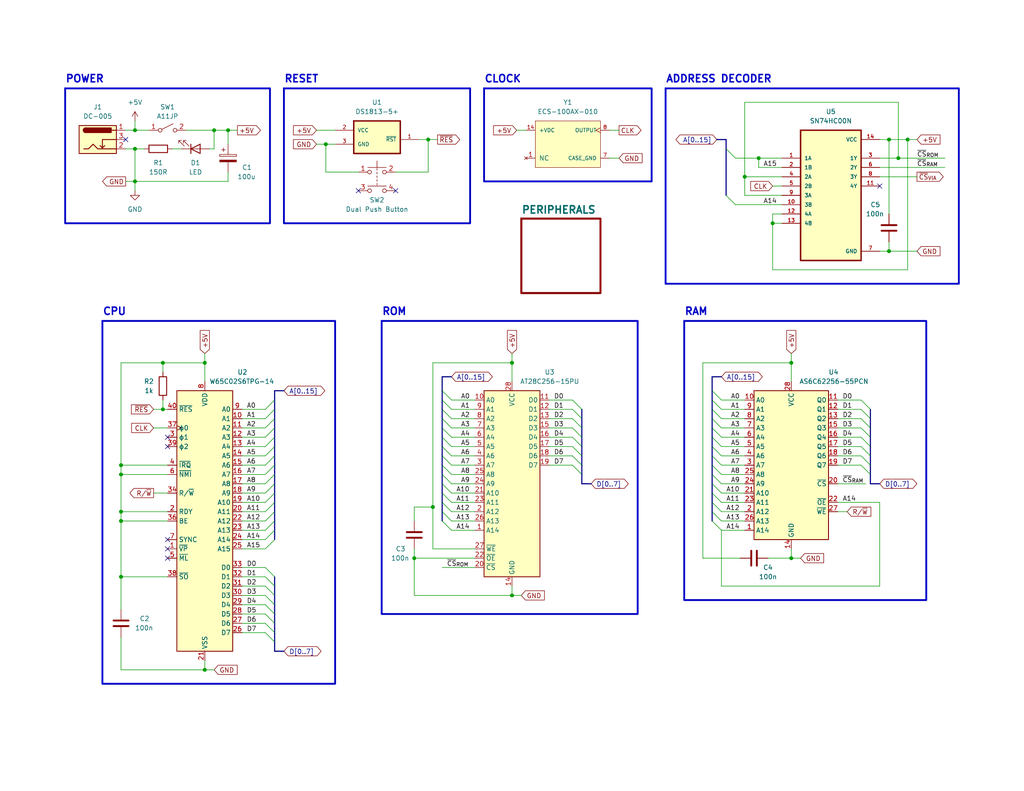
<source format=kicad_sch>
(kicad_sch (version 20230121) (generator eeschema)
  (paper "USLetter")
  (title_block (title "ITER-8 - Main") (date "2023-12-06") (rev "1.0") (company "by Paolo Turri"))
  (lib_symbols
    (symbol "DS1813-5:DS1813-5" (pin_names (offset 1.016))
      (property "Reference" "U6" (at 0 12.7 0))
      (property "Value" "DS1813-5" (at 0 10.16 0))
      (symbol "DS1813-5_0_0"
        (rectangle (start -6.35 5.08) (end 6.35 -3.81) (stroke (width 0.4064)) (fill (type background)))
        (pin bidirectional line (at -11.43 0 0) (length 5.08) (name "~{RST}") (number "1"))
        (pin power_in line (at 11.43 2.54 180) (length 5.08) (name "VCC") (number "2"))
        (pin power_in line (at 11.43 -1.27 180) (length 5.08) (name "GND") (number "3"))
      )
    )
    (symbol "Device:C" (pin_numbers hide) (pin_names (offset 0.254))
      (property "Reference" "C" (at 0.635 2.54 0))
      (property "Value" "C" (at 0.635 -2.54 0))
      (symbol "C_0_1"
        (polyline (pts (xy -2.032 -0.762) (xy 2.032 -0.762)) (stroke (width 0.508)))
        (polyline (pts (xy -2.032 0.762) (xy 2.032 0.762)) (stroke (width 0.508)))
      )
      (symbol "C_1_1"
        (pin passive line (at 0 3.81 270) (length 2.794) (name "~") (number "1"))
        (pin passive line (at 0 -3.81 90) (length 2.794) (name "~") (number "2"))
      )
    )
    (symbol "Device:C_Polarized" (pin_numbers hide) (pin_names (offset 0.254))
      (property "Reference" "C" (at 0.635 2.54 0))
      (property "Value" "C_Polarized" (at 0.635 -2.54 0))
      (symbol "C_Polarized_0_1"
        (rectangle (start -2.286 0.508) (end 2.286 1.016))
        (polyline (pts (xy -1.778 2.286) (xy -0.762 2.286)))
        (polyline (pts (xy -1.27 2.794) (xy -1.27 1.778)))
        (rectangle (start 2.286 -0.508) (end -2.286 -1.016) (fill (type outline)))
      )
      (symbol "C_Polarized_1_1"
        (pin passive line (at 0 3.81 270) (length 2.794) (name "~") (number "1"))
        (pin passive line (at 0 -3.81 90) (length 2.794) (name "~") (number "2"))
      )
    )
    (symbol "Device:LED" (pin_numbers hide) (pin_names (offset 1.016) hide)
      (property "Reference" "D" (at 0 2.54 0))
      (property "Value" "LED" (at 0 -2.54 0))
      (symbol "LED_0_1"
        (polyline (pts (xy -1.27 -1.27) (xy -1.27 1.27)) (stroke (width 0.254)))
        (polyline (pts (xy -1.27 0) (xy 1.27 0)))
        (polyline (pts (xy 1.27 -1.27) (xy 1.27 1.27) (xy -1.27 0) (xy 1.27 -1.27)) (stroke (width 0.254)))
        (polyline (pts (xy -3.048 -0.762) (xy -4.572 -2.286) (xy -3.81 -2.286) (xy -4.572 -2.286) (xy -4.572 -1.524)))
        (polyline (pts (xy -1.778 -0.762) (xy -3.302 -2.286) (xy -2.54 -2.286) (xy -3.302 -2.286) (xy -3.302 -1.524)))
      )
      (symbol "LED_1_1"
        (pin passive line (at -3.81 0 0) (length 2.54) (name "K") (number "1"))
        (pin passive line (at 3.81 0 180) (length 2.54) (name "A") (number "2"))
      )
    )
    (symbol "Device:R" (pin_numbers hide) (pin_names (offset 0))
      (property "Reference" "R" (at 2.032 0 90))
      (property "Value" "R" (at 0 0 90))
      (symbol "R_0_1"
        (rectangle (start -1.016 -2.54) (end 1.016 2.54) (stroke (width 0.254)))
      )
      (symbol "R_1_1"
        (pin passive line (at 0 3.81 270) (length 1.27) (name "~") (number "1"))
        (pin passive line (at 0 -3.81 90) (length 1.27) (name "~") (number "2"))
      )
    )
    (symbol "ECS-100AX-010:ECS-100AX-010" (pin_names (offset 1.016))
      (property "Reference" "Y" (at -1.27 8.89 0))
      (property "Value" "ECS-100AX-010" (at -7.62 6.35 0))
      (symbol "ECS-100AX-010_0_0"
        (rectangle (start -8.89 5.08) (end 8.89 -7.62) (stroke (width 0.127)) (fill (type background)))
      )
      (symbol "ECS-100AX-010_1_0"
        (pin power_in line (at -11.43 2.54 0) (length 2.54) (name "+VDC") (number "14"))
        (pin power_in line (at 11.43 -5.08 180) (length 2.54) (name "CASE_GND") (number "7"))
        (pin output clock (at 11.43 2.54 180) (length 2.54) (name "OUTPUT") (number "8"))
      )
      (symbol "ECS-100AX-010_1_1"
        (pin no_connect line (at -11.43 -5.08 0) (length 2.54) (name "NC") (number "1"))
      )
    )
    (symbol "Memory_EEPROM:28C256"
      (property "Reference" "U" (at -7.62 26.67 0))
      (property "Value" "28C256" (at 2.54 -26.67 0))
      (symbol "28C256_1_1"
        (rectangle (start -7.62 25.4) (end 7.62 -25.4) (stroke (width 0.254)) (fill (type background)))
        (pin input line (at -10.16 -12.7 0) (length 2.54) (name "A14") (number "1"))
        (pin input line (at -10.16 22.86 0) (length 2.54) (name "A0") (number "10"))
        (pin tri_state line (at 10.16 22.86 180) (length 2.54) (name "D0") (number "11"))
        (pin tri_state line (at 10.16 20.32 180) (length 2.54) (name "D1") (number "12"))
        (pin tri_state line (at 10.16 17.78 180) (length 2.54) (name "D2") (number "13"))
        (pin power_in line (at 0 -27.94 90) (length 2.54) (name "GND") (number "14"))
        (pin tri_state line (at 10.16 15.24 180) (length 2.54) (name "D3") (number "15"))
        (pin tri_state line (at 10.16 12.7 180) (length 2.54) (name "D4") (number "16"))
        (pin tri_state line (at 10.16 10.16 180) (length 2.54) (name "D5") (number "17"))
        (pin tri_state line (at 10.16 7.62 180) (length 2.54) (name "D6") (number "18"))
        (pin tri_state line (at 10.16 5.08 180) (length 2.54) (name "D7") (number "19"))
        (pin input line (at -10.16 -7.62 0) (length 2.54) (name "A12") (number "2"))
        (pin input line (at -10.16 -22.86 0) (length 2.54) (name "~{CS}") (number "20"))
        (pin input line (at -10.16 -2.54 0) (length 2.54) (name "A10") (number "21"))
        (pin input line (at -10.16 -20.32 0) (length 2.54) (name "~{OE}") (number "22"))
        (pin input line (at -10.16 -5.08 0) (length 2.54) (name "A11") (number "23"))
        (pin input line (at -10.16 0 0) (length 2.54) (name "A9") (number "24"))
        (pin input line (at -10.16 2.54 0) (length 2.54) (name "A8") (number "25"))
        (pin input line (at -10.16 -10.16 0) (length 2.54) (name "A13") (number "26"))
        (pin input line (at -10.16 -17.78 0) (length 2.54) (name "~{WE}") (number "27"))
        (pin power_in line (at 0 27.94 270) (length 2.54) (name "VCC") (number "28"))
        (pin input line (at -10.16 5.08 0) (length 2.54) (name "A7") (number "3"))
        (pin input line (at -10.16 7.62 0) (length 2.54) (name "A6") (number "4"))
        (pin input line (at -10.16 10.16 0) (length 2.54) (name "A5") (number "5"))
        (pin input line (at -10.16 12.7 0) (length 2.54) (name "A4") (number "6"))
        (pin input line (at -10.16 15.24 0) (length 2.54) (name "A3") (number "7"))
        (pin input line (at -10.16 17.78 0) (length 2.54) (name "A2") (number "8"))
        (pin input line (at -10.16 20.32 0) (length 2.54) (name "A1") (number "9"))
      )
    )
    (symbol "Memory_RAM:KM62256CLP"
      (property "Reference" "U" (at -10.16 20.955 0))
      (property "Value" "KM62256CLP" (at 2.54 20.955 0))
      (symbol "KM62256CLP_0_0"
        (pin power_in line (at 0 -22.86 90) (length 2.54) (name "GND") (number "14"))
        (pin power_in line (at 0 22.86 270) (length 2.54) (name "VCC") (number "28"))
      )
      (symbol "KM62256CLP_0_1"
        (rectangle (start -10.16 20.32) (end 10.16 -20.32) (stroke (width 0.254)) (fill (type background)))
      )
      (symbol "KM62256CLP_1_1"
        (pin input line (at -12.7 -17.78 0) (length 2.54) (name "A14") (number "1"))
        (pin input line (at -12.7 17.78 0) (length 2.54) (name "A0") (number "10"))
        (pin tri_state line (at 12.7 17.78 180) (length 2.54) (name "Q0") (number "11"))
        (pin tri_state line (at 12.7 15.24 180) (length 2.54) (name "Q1") (number "12"))
        (pin tri_state line (at 12.7 12.7 180) (length 2.54) (name "Q2") (number "13"))
        (pin tri_state line (at 12.7 10.16 180) (length 2.54) (name "Q3") (number "15"))
        (pin tri_state line (at 12.7 7.62 180) (length 2.54) (name "Q4") (number "16"))
        (pin tri_state line (at 12.7 5.08 180) (length 2.54) (name "Q5") (number "17"))
        (pin tri_state line (at 12.7 2.54 180) (length 2.54) (name "Q6") (number "18"))
        (pin tri_state line (at 12.7 0 180) (length 2.54) (name "Q7") (number "19"))
        (pin input line (at -12.7 -12.7 0) (length 2.54) (name "A12") (number "2"))
        (pin input line (at 12.7 -5.08 180) (length 2.54) (name "~{CS}") (number "20"))
        (pin input line (at -12.7 -7.62 0) (length 2.54) (name "A10") (number "21"))
        (pin input line (at 12.7 -10.16 180) (length 2.54) (name "~{OE}") (number "22"))
        (pin input line (at -12.7 -10.16 0) (length 2.54) (name "A11") (number "23"))
        (pin input line (at -12.7 -5.08 0) (length 2.54) (name "A9") (number "24"))
        (pin input line (at -12.7 -2.54 0) (length 2.54) (name "A8") (number "25"))
        (pin input line (at -12.7 -15.24 0) (length 2.54) (name "A13") (number "26"))
        (pin input line (at 12.7 -12.7 180) (length 2.54) (name "~{WE}") (number "27"))
        (pin input line (at -12.7 0 0) (length 2.54) (name "A7") (number "3"))
        (pin input line (at -12.7 2.54 0) (length 2.54) (name "A6") (number "4"))
        (pin input line (at -12.7 5.08 0) (length 2.54) (name "A5") (number "5"))
        (pin input line (at -12.7 7.62 0) (length 2.54) (name "A4") (number "6"))
        (pin input line (at -12.7 10.16 0) (length 2.54) (name "A3") (number "7"))
        (pin input line (at -12.7 12.7 0) (length 2.54) (name "A2") (number "8"))
        (pin input line (at -12.7 15.24 0) (length 2.54) (name "A1") (number "9"))
      )
    )
    (symbol "My symbols:DC-005" (pin_names (offset 0.002) hide)
      (property "Reference" "J" (at 0 5.334 0))
      (property "Value" "DC-005" (at 0 -5.08 0))
      (symbol "DC-005_0_1"
        (rectangle (start -5.08 3.81) (end 5.08 -3.81) (stroke (width 0.254)) (fill (type background)))
        (arc (start -3.302 3.175) (mid -3.9343 2.54) (end -3.302 1.905) (stroke (width 0.254)))
        (arc (start -3.302 3.175) (mid -3.9343 2.54) (end -3.302 1.905) (stroke (width 0.254)) (fill (type outline)))
        (polyline (pts (xy 1.27 -2.286) (xy 1.905 -1.651)) (stroke (width 0.254)))
        (polyline (pts (xy 5.08 2.54) (xy 3.81 2.54)) (stroke (width 0.254)))
        (polyline (pts (xy 5.08 0) (xy 1.27 0) (xy 1.27 -2.286) (xy 0.635 -1.651)) (stroke (width 0.254)))
        (polyline (pts (xy -3.81 -2.54) (xy -2.54 -2.54) (xy -1.27 -1.27) (xy 0 -2.54) (xy 2.54 -2.54) (xy 5.08 -2.54)) (stroke (width 0.254)))
        (rectangle (start 3.683 3.175) (end -3.302 1.905) (stroke (width 0.254)) (fill (type outline)))
      )
      (symbol "DC-005_1_1"
        (pin passive line (at 7.62 2.54 180) (length 2.54) (name "~") (number "1"))
        (pin passive line (at 7.62 -2.54 180) (length 2.54) (name "~") (number "2"))
        (pin passive line (at 7.62 0 180) (length 2.54) (name "~") (number "3"))
      )
    )
    (symbol "My symbols:NKK - A11JP" (pin_names (offset 0) hide)
      (property "Reference" "SW" (at 0 3.175 0))
      (property "Value" "A11JP" (at 0 -2.54 0))
      (symbol "NKK - A11JP_0_0"
        (circle (center -2.032 0) (radius 0.508))
        (polyline (pts (xy -1.524 0.254) (xy 1.524 1.778)))
        (circle (center 2.032 0) (radius 0.508))
      )
      (symbol "NKK - A11JP_1_1"
        (pin passive line (at -5.08 0 0) (length 2.54) (name "A") (number "1"))
        (pin passive line (at 5.08 0 180) (length 2.54) (name "B") (number "2"))
      )
    )
    (symbol "PCM_65xx-library:W65C02SxP"
      (property "Reference" "U" (at 2.54 40.64 0))
      (property "Value" "W65C02SxP" (at 2.54 38.1 0))
      (symbol "W65C02SxP_0_1"
        (rectangle (start -7.62 35.56) (end 7.62 -35.56) (stroke (width 0.254)) (fill (type background)))
      )
      (symbol "W65C02SxP_1_1"
        (pin output line (at -10.16 -7.62 0) (length 2.54) (name "~{VP}") (number "1"))
        (pin tri_state line (at 10.16 27.94 180) (length 2.54) (name "A1") (number "10"))
        (pin tri_state line (at 10.16 25.4 180) (length 2.54) (name "A2") (number "11"))
        (pin tri_state line (at 10.16 22.86 180) (length 2.54) (name "A3") (number "12"))
        (pin tri_state line (at 10.16 20.32 180) (length 2.54) (name "A4") (number "13"))
        (pin tri_state line (at 10.16 17.78 180) (length 2.54) (name "A5") (number "14"))
        (pin tri_state line (at 10.16 15.24 180) (length 2.54) (name "A6") (number "15"))
        (pin tri_state line (at 10.16 12.7 180) (length 2.54) (name "A7") (number "16"))
        (pin tri_state line (at 10.16 10.16 180) (length 2.54) (name "A8") (number "17"))
        (pin tri_state line (at 10.16 7.62 180) (length 2.54) (name "A9") (number "18"))
        (pin tri_state line (at 10.16 5.08 180) (length 2.54) (name "A10") (number "19"))
        (pin open_collector line (at -10.16 2.54 0) (length 2.54) (name "RDY") (number "2"))
        (pin tri_state line (at 10.16 2.54 180) (length 2.54) (name "A11") (number "20"))
        (pin power_in line (at 0 -38.1 90) (length 2.54) (name "VSS") (number "21"))
        (pin tri_state line (at 10.16 0 180) (length 2.54) (name "A12") (number "22"))
        (pin tri_state line (at 10.16 -2.54 180) (length 2.54) (name "A13") (number "23"))
        (pin tri_state line (at 10.16 -5.08 180) (length 2.54) (name "A14") (number "24"))
        (pin tri_state line (at 10.16 -7.62 180) (length 2.54) (name "A15") (number "25"))
        (pin bidirectional line (at 10.16 -30.48 180) (length 2.54) (name "D7") (number "26"))
        (pin bidirectional line (at 10.16 -27.94 180) (length 2.54) (name "D6") (number "27"))
        (pin bidirectional line (at 10.16 -25.4 180) (length 2.54) (name "D5") (number "28"))
        (pin bidirectional line (at 10.16 -22.86 180) (length 2.54) (name "D4") (number "29"))
        (pin output line (at -10.16 22.86 0) (length 2.54) (name "ϕ1") (number "3"))
        (pin bidirectional line (at 10.16 -20.32 180) (length 2.54) (name "D3") (number "30"))
        (pin bidirectional line (at 10.16 -17.78 180) (length 2.54) (name "D2") (number "31"))
        (pin bidirectional line (at 10.16 -15.24 180) (length 2.54) (name "D1") (number "32"))
        (pin bidirectional line (at 10.16 -12.7 180) (length 2.54) (name "D0") (number "33"))
        (pin tri_state line (at -10.16 7.62 0) (length 2.54) (name "R/~{W}") (number "34"))
        (pin no_connect non_logic (at -7.62 -30.48 0) (length 2.54) hide (name "nc") (number "35"))
        (pin input line (at -10.16 0 0) (length 2.54) (name "BE") (number "36"))
        (pin input clock (at -10.16 25.4 0) (length 2.54) (name "ϕ0") (number "37"))
        (pin input line (at -10.16 -15.24 0) (length 2.54) (name "~{SO}") (number "38"))
        (pin output line (at -10.16 20.32 0) (length 2.54) (name "ϕ2") (number "39"))
        (pin input line (at -10.16 15.24 0) (length 2.54) (name "~{IRQ}") (number "4"))
        (pin input line (at -10.16 30.48 0) (length 2.54) (name "~{RES}") (number "40"))
        (pin output line (at -10.16 -10.16 0) (length 2.54) (name "~{ML}") (number "5"))
        (pin input line (at -10.16 12.7 0) (length 2.54) (name "~{NMI}") (number "6"))
        (pin output line (at -10.16 -5.08 0) (length 2.54) (name "SYNC") (number "7"))
        (pin power_in line (at 0 38.1 270) (length 2.54) (name "VDD") (number "8"))
        (pin tri_state line (at 10.16 30.48 180) (length 2.54) (name "A0") (number "9"))
      )
    )
    (symbol "SN74HC00N:SN74HC00N" (pin_names (offset 1.016))
      (property "Reference" "U" (at -1.27 22.86 0))
      (property "Value" "SN74HC00N" (at -5.08 20.32 0))
      (symbol "SN74HC00N_0_0"
        (rectangle (start -7.62 17.78) (end 8.89 -17.78) (stroke (width 0.4064)) (fill (type background)))
        (pin input line (at -12.7 10.16 0) (length 5.08) (name "1A") (number "1"))
        (pin input line (at -12.7 -2.54 0) (length 5.08) (name "3B") (number "10"))
        (pin output line (at 13.97 2.54 180) (length 5.08) (name "4Y") (number "11"))
        (pin input line (at -12.7 -5.08 0) (length 5.08) (name "4A") (number "12"))
        (pin input line (at -12.7 -7.62 0) (length 5.08) (name "4B") (number "13"))
        (pin power_in line (at 13.97 15.24 180) (length 5.08) (name "VCC") (number "14"))
        (pin input line (at -12.7 7.62 0) (length 5.08) (name "1B") (number "2"))
        (pin output line (at 13.97 10.16 180) (length 5.08) (name "1Y") (number "3"))
        (pin input line (at -12.7 5.08 0) (length 5.08) (name "2A") (number "4"))
        (pin input line (at -12.7 2.54 0) (length 5.08) (name "2B") (number "5"))
        (pin output line (at 13.97 7.62 180) (length 5.08) (name "2Y") (number "6"))
        (pin power_in line (at 13.97 -15.24 180) (length 5.08) (name "GND") (number "7"))
        (pin output line (at 13.97 5.08 180) (length 5.08) (name "3Y") (number "8"))
        (pin input line (at -12.7 0 0) (length 5.08) (name "3A") (number "9"))
      )
    )
    (symbol "Switch:SW_Push_Dual" (pin_names (offset 1.016) hide)
      (property "Reference" "SW" (at 1.27 2.54 0))
      (property "Value" "SW_Push_Dual" (at 0 -6.858 0))
      (symbol "SW_Push_Dual_0_1"
        (circle (center -2.032 -5.08) (radius 0.508))
        (circle (center -2.032 0) (radius 0.508))
        (polyline (pts (xy 0 -3.048) (xy 0 -3.556)))
        (polyline (pts (xy 0 -2.032) (xy 0 -2.54)))
        (polyline (pts (xy 0 -1.524) (xy 0 -1.016)))
        (polyline (pts (xy 0 -0.508) (xy 0 0)))
        (polyline (pts (xy 0 0.508) (xy 0 1.016)))
        (polyline (pts (xy 0 1.27) (xy 0 3.048)))
        (polyline (pts (xy 2.54 -3.81) (xy -2.54 -3.81)))
        (polyline (pts (xy 2.54 1.27) (xy -2.54 1.27)))
        (circle (center 2.032 -5.08) (radius 0.508))
        (circle (center 2.032 0) (radius 0.508))
        (pin passive line (at -5.08 0 0) (length 2.54) (name "1") (number "1"))
        (pin passive line (at 5.08 0 180) (length 2.54) (name "2") (number "2"))
        (pin passive line (at -5.08 -5.08 0) (length 2.54) (name "3") (number "3"))
        (pin passive line (at 5.08 -5.08 180) (length 2.54) (name "4") (number "4"))
      )
    )
    (symbol "power:+5V" (power) (pin_names (offset 0))
      (property "Value" "+5V" (at 0 3.556 0))
      (symbol "+5V_0_1"
        (polyline (pts (xy -0.762 1.27) (xy 0 2.54)))
        (polyline (pts (xy 0 0) (xy 0 2.54)))
        (polyline (pts (xy 0 2.54) (xy 0.762 1.27)))
      )
      (symbol "+5V_1_1"
        (pin power_in line (at 0 0 90) (length 0) hide (name "+5V") (number "1"))
      )
    )
    (symbol "power:GND" (power) (pin_names (offset 0))
      (property "Value" "GND" (at 0 -3.81 0))
      (symbol "GND_0_1"
        (polyline (pts (xy 0 0) (xy 0 -1.27) (xy 1.27 -1.27) (xy 0 -2.54) (xy -1.27 -1.27) (xy 0 -1.27)))
      )
      (symbol "GND_1_1"
        (pin power_in line (at 0 0 270) (length 0) hide (name "GND") (number "1"))
      )
    )
  )
  (junction (at 36.83 35.56))
  (junction (at 116.84 38.1))
  (junction (at 203.2 48.26))
  (junction (at 242.57 38.1))
  (junction (at 33.02 142.24))
  (junction (at 207.01 43.18))
  (junction (at 118.11 138.43))
  (junction (at 36.83 49.53))
  (junction (at 55.88 99.06))
  (junction (at 33.02 157.48))
  (junction (at 55.88 182.88))
  (junction (at 36.83 40.64))
  (junction (at 88.9 39.37))
  (junction (at 44.45 111.76))
  (junction (at 113.03 152.4))
  (junction (at 62.23 35.56))
  (junction (at 139.7 162.56))
  (junction (at 33.02 129.54))
  (junction (at 139.7 99.06))
  (junction (at 210.82 60.96))
  (junction (at 245.11 43.18))
  (junction (at 247.65 38.1))
  (junction (at 58.42 35.56))
  (junction (at 215.9 99.06))
  (junction (at 33.02 127))
  (junction (at 33.02 139.7))
  (junction (at 215.9 152.4))
  (junction (at 242.57 68.58))
  (junction (at 44.45 99.06))
  (no_connect (at 240.03 50.8))
  (no_connect (at 45.72 119.38))
  (no_connect (at 45.72 147.32))
  (no_connect (at 97.79 52.07))
  (no_connect (at 107.95 52.07))
  (no_connect (at 45.72 149.86))
  (no_connect (at 45.72 152.4))
  (no_connect (at 45.72 121.92))
  (no_connect (at 34.29 38.1))
  (bus_entry (at 156.21 111.76) (size 2.54 2.54))
  (bus_entry (at 156.21 127) (size 2.54 2.54))
  (bus_entry (at 72.39 167.64) (size 2.54 2.54))
  (bus_entry (at 194.31 124.46) (size 2.54 2.54))
  (bus_entry (at 120.65 121.92) (size 2.54 2.54))
  (bus_entry (at 156.21 124.46) (size 2.54 2.54))
  (bus_entry (at 194.31 114.3) (size 2.54 2.54))
  (bus_entry (at 72.39 116.84) (size 2.54 -2.54))
  (bus_entry (at 120.65 124.46) (size 2.54 2.54))
  (bus_entry (at 194.31 111.76) (size 2.54 2.54))
  (bus_entry (at 194.31 121.92) (size 2.54 2.54))
  (bus_entry (at 198.12 40.64) (size 2.54 2.54))
  (bus_entry (at 72.39 147.32) (size 2.54 -2.54))
  (bus_entry (at 156.21 109.22) (size 2.54 2.54))
  (bus_entry (at 72.39 137.16) (size 2.54 -2.54))
  (bus_entry (at 194.31 129.54) (size 2.54 2.54))
  (bus_entry (at 72.39 139.7) (size 2.54 -2.54))
  (bus_entry (at 156.21 114.3) (size 2.54 2.54))
  (bus_entry (at 72.39 134.62) (size 2.54 -2.54))
  (bus_entry (at 198.12 53.34) (size 2.54 2.54))
  (bus_entry (at 194.31 109.22) (size 2.54 2.54))
  (bus_entry (at 194.31 132.08) (size 2.54 2.54))
  (bus_entry (at 72.39 121.92) (size 2.54 -2.54))
  (bus_entry (at 72.39 172.72) (size 2.54 2.54))
  (bus_entry (at 120.65 139.7) (size 2.54 2.54))
  (bus_entry (at 120.65 129.54) (size 2.54 2.54))
  (bus_entry (at 72.39 154.94) (size 2.54 2.54))
  (bus_entry (at 234.95 127) (size 2.54 2.54))
  (bus_entry (at 72.39 165.1) (size 2.54 2.54))
  (bus_entry (at 120.65 137.16) (size 2.54 2.54))
  (bus_entry (at 194.31 137.16) (size 2.54 2.54))
  (bus_entry (at 194.31 139.7) (size 2.54 2.54))
  (bus_entry (at 72.39 114.3) (size 2.54 -2.54))
  (bus_entry (at 120.65 114.3) (size 2.54 2.54))
  (bus_entry (at 156.21 119.38) (size 2.54 2.54))
  (bus_entry (at 234.95 121.92) (size 2.54 2.54))
  (bus_entry (at 72.39 111.76) (size 2.54 -2.54))
  (bus_entry (at 234.95 119.38) (size 2.54 2.54))
  (bus_entry (at 72.39 132.08) (size 2.54 -2.54))
  (bus_entry (at 72.39 157.48) (size 2.54 2.54))
  (bus_entry (at 120.65 132.08) (size 2.54 2.54))
  (bus_entry (at 72.39 160.02) (size 2.54 2.54))
  (bus_entry (at 120.65 106.68) (size 2.54 2.54))
  (bus_entry (at 72.39 142.24) (size 2.54 -2.54))
  (bus_entry (at 72.39 129.54) (size 2.54 -2.54))
  (bus_entry (at 72.39 144.78) (size 2.54 -2.54))
  (bus_entry (at 72.39 170.18) (size 2.54 2.54))
  (bus_entry (at 120.65 134.62) (size 2.54 2.54))
  (bus_entry (at 156.21 121.92) (size 2.54 2.54))
  (bus_entry (at 72.39 119.38) (size 2.54 -2.54))
  (bus_entry (at 120.65 109.22) (size 2.54 2.54))
  (bus_entry (at 72.39 149.86) (size 2.54 -2.54))
  (bus_entry (at 120.65 142.24) (size 2.54 2.54))
  (bus_entry (at 194.31 142.24) (size 2.54 2.54))
  (bus_entry (at 194.31 106.68) (size 2.54 2.54))
  (bus_entry (at 194.31 116.84) (size 2.54 2.54))
  (bus_entry (at 72.39 127) (size 2.54 -2.54))
  (bus_entry (at 120.65 116.84) (size 2.54 2.54))
  (bus_entry (at 194.31 134.62) (size 2.54 2.54))
  (bus_entry (at 234.95 116.84) (size 2.54 2.54))
  (bus_entry (at 234.95 124.46) (size 2.54 2.54))
  (bus_entry (at 120.65 119.38) (size 2.54 2.54))
  (bus_entry (at 234.95 109.22) (size 2.54 2.54))
  (bus_entry (at 234.95 114.3) (size 2.54 2.54))
  (bus_entry (at 194.31 119.38) (size 2.54 2.54))
  (bus_entry (at 120.65 111.76) (size 2.54 2.54))
  (bus_entry (at 120.65 127) (size 2.54 2.54))
  (bus_entry (at 72.39 124.46) (size 2.54 -2.54))
  (bus_entry (at 156.21 116.84) (size 2.54 2.54))
  (bus_entry (at 72.39 162.56) (size 2.54 2.54))
  (bus_entry (at 234.95 111.76) (size 2.54 2.54))
  (bus_entry (at 194.31 127) (size 2.54 2.54))
  (wire (pts (xy 201.93 152.4) (xy 191.77 152.4)))
  (wire (pts (xy 66.04 149.86) (xy 72.39 149.86)))
  (bus (pts (xy 158.75 121.92) (xy 158.75 124.46)))
  (wire (pts (xy 123.19 116.84) (xy 129.54 116.84)))
  (wire (pts (xy 123.19 129.54) (xy 129.54 129.54)))
  (wire (pts (xy 55.88 182.88) (xy 58.42 182.88)))
  (bus (pts (xy 158.75 116.84) (xy 158.75 119.38)))
  (wire (pts (xy 33.02 142.24) (xy 45.72 142.24)))
  (bus (pts (xy 74.93 167.64) (xy 74.93 170.18)))
  (wire (pts (xy 140.97 35.56) (xy 143.51 35.56)))
  (wire (pts (xy 118.11 138.43) (xy 118.11 149.86)))
  (wire (pts (xy 196.85 137.16) (xy 203.2 137.16)))
  (wire (pts (xy 139.7 160.02) (xy 139.7 162.56)))
  (wire (pts (xy 196.85 114.3) (xy 203.2 114.3)))
  (bus (pts (xy 194.31 114.3) (xy 194.31 116.84)))
  (bus (pts (xy 158.75 127) (xy 158.75 129.54)))
  (wire (pts (xy 66.04 127) (xy 72.39 127)))
  (wire (pts (xy 66.04 170.18) (xy 72.39 170.18)))
  (wire (pts (xy 207.01 43.18) (xy 213.36 43.18)))
  (wire (pts (xy 149.86 127) (xy 156.21 127)))
  (bus (pts (xy 198.12 38.1) (xy 198.12 40.64)))
  (wire (pts (xy 210.82 60.96) (xy 213.36 60.96)))
  (wire (pts (xy 66.04 111.76) (xy 72.39 111.76)))
  (bus (pts (xy 120.65 139.7) (xy 120.65 137.16)))
  (wire (pts (xy 218.44 152.4) (xy 215.9 152.4)))
  (wire (pts (xy 240.03 48.26) (xy 250.19 48.26)))
  (wire (pts (xy 240.03 45.72) (xy 257.81 45.72)))
  (bus (pts (xy 120.65 111.76) (xy 120.65 109.22)))
  (wire (pts (xy 55.88 182.88) (xy 55.88 180.34)))
  (wire (pts (xy 66.04 124.46) (xy 72.39 124.46)))
  (wire (pts (xy 58.42 40.64) (xy 58.42 35.56)))
  (wire (pts (xy 245.11 43.18) (xy 245.11 27.94)))
  (bus (pts (xy 74.93 129.54) (xy 74.93 132.08)))
  (bus (pts (xy 74.93 172.72) (xy 74.93 175.26)))
  (bus (pts (xy 237.49 119.38) (xy 237.49 121.92)))
  (bus (pts (xy 194.31 111.76) (xy 194.31 114.3)))
  (wire (pts (xy 200.66 43.18) (xy 207.01 43.18)))
  (wire (pts (xy 33.02 139.7) (xy 33.02 129.54)))
  (bus (pts (xy 194.31 137.16) (xy 194.31 139.7)))
  (wire (pts (xy 62.23 46.99) (xy 62.23 49.53)))
  (wire (pts (xy 242.57 38.1) (xy 242.57 58.42)))
  (wire (pts (xy 33.02 182.88) (xy 55.88 182.88)))
  (wire (pts (xy 196.85 116.84) (xy 203.2 116.84)))
  (wire (pts (xy 118.11 99.06) (xy 118.11 138.43)))
  (bus (pts (xy 194.31 106.68) (xy 194.31 109.22)))
  (wire (pts (xy 86.36 39.37) (xy 88.9 39.37)))
  (wire (pts (xy 44.45 109.22) (xy 44.45 111.76)))
  (wire (pts (xy 46.99 40.64) (xy 49.53 40.64)))
  (wire (pts (xy 44.45 111.76) (xy 45.72 111.76)))
  (bus (pts (xy 158.75 124.46) (xy 158.75 127)))
  (wire (pts (xy 66.04 132.08) (xy 72.39 132.08)))
  (wire (pts (xy 58.42 35.56) (xy 62.23 35.56)))
  (wire (pts (xy 66.04 165.1) (xy 72.39 165.1)))
  (wire (pts (xy 113.03 149.86) (xy 113.03 152.4)))
  (bus (pts (xy 120.65 134.62) (xy 120.65 132.08)))
  (wire (pts (xy 228.6 119.38) (xy 234.95 119.38)))
  (bus (pts (xy 74.93 109.22) (xy 74.93 111.76)))
  (bus (pts (xy 120.65 119.38) (xy 120.65 116.84)))
  (bus (pts (xy 237.49 111.76) (xy 237.49 114.3)))
  (bus (pts (xy 120.65 132.08) (xy 120.65 129.54)))
  (wire (pts (xy 123.19 144.78) (xy 129.54 144.78)))
  (bus (pts (xy 196.85 102.87) (xy 194.31 102.87)))
  (bus (pts (xy 74.93 177.8) (xy 74.93 175.26)))
  (wire (pts (xy 203.2 48.26) (xy 203.2 53.34)))
  (wire (pts (xy 36.83 35.56) (xy 40.64 35.56)))
  (wire (pts (xy 57.15 40.64) (xy 58.42 40.64)))
  (wire (pts (xy 33.02 127) (xy 33.02 99.06)))
  (wire (pts (xy 213.36 45.72) (xy 207.01 45.72)))
  (bus (pts (xy 74.93 121.92) (xy 74.93 124.46)))
  (bus (pts (xy 237.49 132.08) (xy 240.03 132.08)))
  (wire (pts (xy 149.86 124.46) (xy 156.21 124.46)))
  (wire (pts (xy 113.03 152.4) (xy 113.03 162.56)))
  (bus (pts (xy 198.12 40.64) (xy 198.12 53.34)))
  (wire (pts (xy 215.9 96.52) (xy 215.9 99.06)))
  (wire (pts (xy 196.85 144.78) (xy 196.85 160.02)))
  (bus (pts (xy 74.93 144.78) (xy 74.93 147.32)))
  (bus (pts (xy 74.93 134.62) (xy 74.93 137.16)))
  (wire (pts (xy 228.6 121.92) (xy 234.95 121.92)))
  (wire (pts (xy 139.7 96.52) (xy 139.7 99.06)))
  (wire (pts (xy 191.77 152.4) (xy 191.77 99.06)))
  (wire (pts (xy 166.37 43.18) (xy 168.91 43.18)))
  (wire (pts (xy 139.7 162.56) (xy 142.24 162.56)))
  (bus (pts (xy 194.31 129.54) (xy 194.31 132.08)))
  (wire (pts (xy 123.19 111.76) (xy 129.54 111.76)))
  (wire (pts (xy 203.2 48.26) (xy 213.36 48.26)))
  (wire (pts (xy 66.04 154.94) (xy 72.39 154.94)))
  (wire (pts (xy 55.88 96.52) (xy 55.88 99.06)))
  (wire (pts (xy 36.83 40.64) (xy 34.29 40.64)))
  (bus (pts (xy 74.93 177.8) (xy 77.47 177.8)))
  (wire (pts (xy 66.04 119.38) (xy 72.39 119.38)))
  (wire (pts (xy 113.03 152.4) (xy 129.54 152.4)))
  (wire (pts (xy 36.83 33.02) (xy 36.83 35.56)))
  (bus (pts (xy 194.31 102.87) (xy 194.31 106.68)))
  (wire (pts (xy 228.6 127) (xy 234.95 127)))
  (bus (pts (xy 74.93 160.02) (xy 74.93 162.56)))
  (wire (pts (xy 44.45 99.06) (xy 44.45 101.6)))
  (wire (pts (xy 240.03 38.1) (xy 242.57 38.1)))
  (bus (pts (xy 120.65 102.87) (xy 120.65 106.68)))
  (wire (pts (xy 196.85 109.22) (xy 203.2 109.22)))
  (bus (pts (xy 74.93 137.16) (xy 74.93 139.7)))
  (wire (pts (xy 200.66 55.88) (xy 213.36 55.88)))
  (wire (pts (xy 209.55 152.4) (xy 215.9 152.4)))
  (bus (pts (xy 74.93 111.76) (xy 74.93 114.3)))
  (bus (pts (xy 194.31 116.84) (xy 194.31 119.38)))
  (bus (pts (xy 194.31 121.92) (xy 194.31 124.46)))
  (bus (pts (xy 158.75 119.38) (xy 158.75 121.92)))
  (wire (pts (xy 66.04 147.32) (xy 72.39 147.32)))
  (wire (pts (xy 240.03 68.58) (xy 242.57 68.58)))
  (wire (pts (xy 123.19 109.22) (xy 129.54 109.22)))
  (wire (pts (xy 33.02 127) (xy 45.72 127)))
  (wire (pts (xy 242.57 68.58) (xy 250.19 68.58)))
  (wire (pts (xy 210.82 60.96) (xy 210.82 73.66)))
  (bus (pts (xy 74.93 162.56) (xy 74.93 165.1)))
  (bus (pts (xy 120.65 116.84) (xy 120.65 114.3)))
  (bus (pts (xy 74.93 165.1) (xy 74.93 167.64)))
  (wire (pts (xy 33.02 99.06) (xy 44.45 99.06)))
  (wire (pts (xy 228.6 114.3) (xy 234.95 114.3)))
  (bus (pts (xy 158.75 132.08) (xy 161.29 132.08)))
  (bus (pts (xy 74.93 124.46) (xy 74.93 127)))
  (wire (pts (xy 113.03 138.43) (xy 118.11 138.43)))
  (bus (pts (xy 237.49 121.92) (xy 237.49 124.46)))
  (wire (pts (xy 66.04 114.3) (xy 72.39 114.3)))
  (wire (pts (xy 203.2 53.34) (xy 213.36 53.34)))
  (wire (pts (xy 196.85 139.7) (xy 203.2 139.7)))
  (wire (pts (xy 228.6 111.76) (xy 234.95 111.76)))
  (bus (pts (xy 74.93 116.84) (xy 74.93 119.38)))
  (bus (pts (xy 158.75 132.08) (xy 158.75 129.54)))
  (bus (pts (xy 120.65 137.16) (xy 120.65 134.62)))
  (wire (pts (xy 36.83 40.64) (xy 36.83 49.53)))
  (wire (pts (xy 210.82 58.42) (xy 210.82 60.96)))
  (wire (pts (xy 245.11 43.18) (xy 257.81 43.18)))
  (wire (pts (xy 207.01 43.18) (xy 207.01 45.72)))
  (bus (pts (xy 194.31 124.46) (xy 194.31 127)))
  (wire (pts (xy 33.02 129.54) (xy 45.72 129.54)))
  (wire (pts (xy 66.04 139.7) (xy 72.39 139.7)))
  (wire (pts (xy 33.02 142.24) (xy 33.02 139.7)))
  (wire (pts (xy 33.02 157.48) (xy 33.02 142.24)))
  (bus (pts (xy 194.31 127) (xy 194.31 129.54)))
  (wire (pts (xy 123.19 137.16) (xy 129.54 137.16)))
  (wire (pts (xy 62.23 35.56) (xy 64.77 35.56)))
  (wire (pts (xy 88.9 46.99) (xy 97.79 46.99)))
  (wire (pts (xy 66.04 129.54) (xy 72.39 129.54)))
  (wire (pts (xy 36.83 49.53) (xy 36.83 52.07)))
  (wire (pts (xy 196.85 127) (xy 203.2 127)))
  (bus (pts (xy 237.49 127) (xy 237.49 129.54)))
  (bus (pts (xy 237.49 116.84) (xy 237.49 119.38)))
  (bus (pts (xy 120.65 109.22) (xy 120.65 106.68)))
  (wire (pts (xy 86.36 35.56) (xy 91.44 35.56)))
  (wire (pts (xy 196.85 119.38) (xy 203.2 119.38)))
  (wire (pts (xy 210.82 50.8) (xy 213.36 50.8)))
  (wire (pts (xy 245.11 27.94) (xy 203.2 27.94)))
  (wire (pts (xy 242.57 66.04) (xy 242.57 68.58)))
  (wire (pts (xy 66.04 172.72) (xy 72.39 172.72)))
  (wire (pts (xy 196.85 129.54) (xy 203.2 129.54)))
  (wire (pts (xy 50.8 35.56) (xy 58.42 35.56)))
  (wire (pts (xy 247.65 38.1) (xy 247.65 73.66)))
  (bus (pts (xy 74.93 139.7) (xy 74.93 142.24)))
  (wire (pts (xy 196.85 134.62) (xy 203.2 134.62)))
  (wire (pts (xy 213.36 58.42) (xy 210.82 58.42)))
  (wire (pts (xy 44.45 99.06) (xy 55.88 99.06)))
  (wire (pts (xy 228.6 132.08) (xy 236.22 132.08)))
  (wire (pts (xy 66.04 142.24) (xy 72.39 142.24)))
  (wire (pts (xy 66.04 167.64) (xy 72.39 167.64)))
  (wire (pts (xy 123.19 124.46) (xy 129.54 124.46)))
  (bus (pts (xy 195.58 38.1) (xy 198.12 38.1)))
  (wire (pts (xy 88.9 39.37) (xy 91.44 39.37)))
  (wire (pts (xy 139.7 99.06) (xy 139.7 104.14)))
  (bus (pts (xy 194.31 109.22) (xy 194.31 111.76)))
  (bus (pts (xy 120.65 124.46) (xy 120.65 121.92)))
  (wire (pts (xy 66.04 137.16) (xy 72.39 137.16)))
  (wire (pts (xy 240.03 137.16) (xy 240.03 160.02)))
  (wire (pts (xy 149.86 114.3) (xy 156.21 114.3)))
  (wire (pts (xy 129.54 149.86) (xy 118.11 149.86)))
  (wire (pts (xy 123.19 127) (xy 129.54 127)))
  (wire (pts (xy 88.9 39.37) (xy 88.9 46.99)))
  (wire (pts (xy 123.19 139.7) (xy 129.54 139.7)))
  (wire (pts (xy 113.03 142.24) (xy 113.03 138.43)))
  (bus (pts (xy 123.19 102.87) (xy 120.65 102.87)))
  (wire (pts (xy 240.03 43.18) (xy 245.11 43.18)))
  (bus (pts (xy 194.31 139.7) (xy 194.31 142.24)))
  (wire (pts (xy 196.85 121.92) (xy 203.2 121.92)))
  (wire (pts (xy 41.91 116.84) (xy 45.72 116.84)))
  (wire (pts (xy 196.85 142.24) (xy 203.2 142.24)))
  (wire (pts (xy 33.02 157.48) (xy 45.72 157.48)))
  (wire (pts (xy 123.19 142.24) (xy 129.54 142.24)))
  (wire (pts (xy 196.85 124.46) (xy 203.2 124.46)))
  (wire (pts (xy 228.6 137.16) (xy 240.03 137.16)))
  (wire (pts (xy 114.3 38.1) (xy 116.84 38.1)))
  (wire (pts (xy 149.86 119.38) (xy 156.21 119.38)))
  (bus (pts (xy 74.93 119.38) (xy 74.93 121.92)))
  (wire (pts (xy 116.84 38.1) (xy 119.38 38.1)))
  (wire (pts (xy 247.65 38.1) (xy 250.19 38.1)))
  (wire (pts (xy 149.86 111.76) (xy 156.21 111.76)))
  (wire (pts (xy 196.85 111.76) (xy 203.2 111.76)))
  (bus (pts (xy 120.65 114.3) (xy 120.65 111.76)))
  (bus (pts (xy 74.93 106.68) (xy 77.47 106.68)))
  (bus (pts (xy 194.31 132.08) (xy 194.31 134.62)))
  (wire (pts (xy 228.6 109.22) (xy 234.95 109.22)))
  (wire (pts (xy 215.9 99.06) (xy 215.9 104.14)))
  (wire (pts (xy 66.04 160.02) (xy 72.39 160.02)))
  (wire (pts (xy 66.04 144.78) (xy 72.39 144.78)))
  (bus (pts (xy 74.93 114.3) (xy 74.93 116.84)))
  (wire (pts (xy 36.83 40.64) (xy 39.37 40.64)))
  (wire (pts (xy 55.88 99.06) (xy 55.88 104.14)))
  (wire (pts (xy 123.19 134.62) (xy 129.54 134.62)))
  (wire (pts (xy 196.85 132.08) (xy 203.2 132.08)))
  (wire (pts (xy 62.23 49.53) (xy 36.83 49.53)))
  (bus (pts (xy 120.65 129.54) (xy 120.65 127)))
  (wire (pts (xy 120.65 154.94) (xy 129.54 154.94)))
  (wire (pts (xy 196.85 144.78) (xy 203.2 144.78)))
  (wire (pts (xy 149.86 116.84) (xy 156.21 116.84)))
  (bus (pts (xy 120.65 127) (xy 120.65 124.46)))
  (bus (pts (xy 158.75 111.76) (xy 158.75 114.3)))
  (bus (pts (xy 120.65 121.92) (xy 120.65 119.38)))
  (bus (pts (xy 74.93 127) (xy 74.93 129.54)))
  (wire (pts (xy 123.19 119.38) (xy 129.54 119.38)))
  (wire (pts (xy 191.77 99.06) (xy 215.9 99.06)))
  (wire (pts (xy 228.6 124.46) (xy 234.95 124.46)))
  (bus (pts (xy 237.49 129.54) (xy 237.49 132.08)))
  (wire (pts (xy 240.03 160.02) (xy 196.85 160.02)))
  (wire (pts (xy 33.02 129.54) (xy 33.02 127)))
  (bus (pts (xy 120.65 142.24) (xy 120.65 139.7)))
  (bus (pts (xy 74.93 170.18) (xy 74.93 172.72)))
  (bus (pts (xy 237.49 124.46) (xy 237.49 127)))
  (bus (pts (xy 74.93 157.48) (xy 74.93 160.02)))
  (wire (pts (xy 123.19 114.3) (xy 129.54 114.3)))
  (bus (pts (xy 194.31 134.62) (xy 194.31 137.16)))
  (wire (pts (xy 66.04 162.56) (xy 72.39 162.56)))
  (bus (pts (xy 194.31 119.38) (xy 194.31 121.92)))
  (bus (pts (xy 158.75 114.3) (xy 158.75 116.84)))
  (wire (pts (xy 66.04 116.84) (xy 72.39 116.84)))
  (wire (pts (xy 228.6 139.7) (xy 231.14 139.7)))
  (wire (pts (xy 113.03 162.56) (xy 139.7 162.56)))
  (wire (pts (xy 215.9 149.86) (xy 215.9 152.4)))
  (wire (pts (xy 210.82 73.66) (xy 247.65 73.66)))
  (wire (pts (xy 107.95 46.99) (xy 116.84 46.99)))
  (wire (pts (xy 123.19 121.92) (xy 129.54 121.92)))
  (wire (pts (xy 33.02 173.99) (xy 33.02 182.88)))
  (wire (pts (xy 123.19 132.08) (xy 129.54 132.08)))
  (bus (pts (xy 74.93 142.24) (xy 74.93 144.78)))
  (bus (pts (xy 74.93 106.68) (xy 74.93 109.22)))
  (bus (pts (xy 74.93 132.08) (xy 74.93 134.62)))
  (wire (pts (xy 36.83 35.56) (xy 34.29 35.56)))
  (wire (pts (xy 242.57 38.1) (xy 247.65 38.1)))
  (wire (pts (xy 41.91 134.62) (xy 45.72 134.62)))
  (wire (pts (xy 66.04 121.92) (xy 72.39 121.92)))
  (wire (pts (xy 166.37 35.56) (xy 168.91 35.56)))
  (wire (pts (xy 62.23 35.56) (xy 62.23 39.37)))
  (wire (pts (xy 34.29 49.53) (xy 36.83 49.53)))
  (wire (pts (xy 228.6 116.84) (xy 234.95 116.84)))
  (wire (pts (xy 41.91 111.76) (xy 44.45 111.76)))
  (wire (pts (xy 116.84 46.99) (xy 116.84 38.1)))
  (wire (pts (xy 149.86 121.92) (xy 156.21 121.92)))
  (wire (pts (xy 66.04 134.62) (xy 72.39 134.62)))
  (wire (pts (xy 66.04 157.48) (xy 72.39 157.48)))
  (wire (pts (xy 149.86 109.22) (xy 156.21 109.22)))
  (bus (pts (xy 237.49 114.3) (xy 237.49 116.84)))
  (wire (pts (xy 33.02 157.48) (xy 33.02 166.37)))
  (wire (pts (xy 33.02 139.7) (xy 45.72 139.7)))
  (wire (pts (xy 203.2 27.94) (xy 203.2 48.26)))
  (wire (pts (xy 139.7 99.06) (xy 118.11 99.06)))
  (rectangle (start 181.61 24.13) (end 261.62 77.47) (stroke (width 0.5)))
  (rectangle (start 104.14 87.63) (end 173.99 167.64) (stroke (width 0.5)))
  (rectangle (start 27.94 87.63) (end 91.44 186.69) (stroke (width 0.5)))
  (rectangle (start 17.78 24.13) (end 73.66 60.96) (stroke (width 0.5)))
  (rectangle (start 77.47 24.13) (end 128.27 60.96) (stroke (width 0.5)))
  (rectangle (start 186.69 87.63) (end 252.73 163.83) (stroke (width 0.5)))
  (rectangle (start 132.08 24.13) (end 177.8 49.53) (stroke (width 0.5)))
  (text "POWER" (at 17.78 22.86 0) (effects (font (size 2 2) (thickness 0.4) bold) (justify left bottom)))
  (text "CLOCK" (at 132.08 22.86 0) (effects (font (size 2 2) (thickness 0.4) bold) (justify left bottom)))
  (text "CPU" (at 27.94 86.36 0) (effects (font (size 2 2) (thickness 0.4) bold) (justify left bottom)))
  (text "ADDRESS DECODER" (at 181.61 22.86 0) (effects (font (size 2 2) (thickness 0.4) bold) (justify left bottom)))
  (text "ROM" (at 104.14 86.36 0) (effects (font (size 2 2) (thickness 0.4) bold) (justify left bottom)))
  (text "RESET" (at 77.47 22.86 0) (effects (font (size 2 2) (thickness 0.4) bold) (justify left bottom)))
  (text "RAM" (at 186.69 86.36 0) (effects (font (size 2 2) (thickness 0.4) bold) (justify left bottom)))
  (label "A15" (at 208.28 45.72 0))
  (label "D3" (at 151.13 116.84 0))
  (label "A13" (at 124.46 142.24 0))
  (label "D7" (at 67.31 172.72 0))
  (label "A15" (at 67.31 149.86 0))
  (label "D4" (at 229.87 119.38 0))
  (label "A5" (at 125.73 121.92 0))
  (label "A10" (at 198.12 134.62 0))
  (label "A2" (at 125.73 114.3 0))
  (label "D0" (at 151.13 109.22 0))
  (label "A1" (at 67.31 114.3 0))
  (label "A8" (at 199.39 129.54 0))
  (label "D2" (at 67.31 160.02 0))
  (label "A10" (at 124.46 134.62 0))
  (label "A14" (at 124.46 144.78 0))
  (label "A6" (at 67.31 127 0))
  (label "A9" (at 125.73 132.08 0))
  (label "A8" (at 125.73 129.54 0))
  (label "A13" (at 198.12 142.24 0))
  (label "D7" (at 229.87 127 0))
  (label "A5" (at 67.31 124.46 0))
  (label "~{CS}_{ROM}" (at 121.92 154.94 0))
  (label "A3" (at 125.73 116.84 0))
  (label "D1" (at 67.31 157.48 0))
  (label "A14" (at 67.31 147.32 0))
  (label "A2" (at 199.39 114.3 0))
  (label "A4" (at 199.39 119.38 0))
  (label "D5" (at 229.87 121.92 0))
  (label "A0" (at 199.39 109.22 0))
  (label "A4" (at 67.31 121.92 0))
  (label "A7" (at 125.73 127 0))
  (label "A10" (at 67.31 137.16 0))
  (label "A0" (at 125.73 109.22 0))
  (label "A1" (at 125.73 111.76 0))
  (label "D2" (at 151.13 114.3 0))
  (label "A1" (at 199.39 111.76 0))
  (label "D4" (at 67.31 165.1 0))
  (label "D1" (at 229.87 111.76 0))
  (label "A5" (at 199.39 121.92 0))
  (label "~{CS}_{RAM}" (at 229.87 132.08 0))
  (label "D5" (at 151.13 121.92 0))
  (label "A11" (at 124.46 137.16 0))
  (label "A8" (at 67.31 132.08 0))
  (label "A2" (at 67.31 116.84 0))
  (label "D1" (at 151.13 111.76 0))
  (label "A9" (at 67.31 134.62 0))
  (label "D2" (at 229.87 114.3 0))
  (label "D0" (at 229.87 109.22 0))
  (label "A14" (at 229.87 137.16 0))
  (label "D6" (at 67.31 170.18 0))
  (label "A6" (at 199.39 124.46 0))
  (label "D0" (at 67.31 154.94 0))
  (label "A3" (at 199.39 116.84 0))
  (label "A14" (at 198.12 144.78 0))
  (label "A11" (at 198.12 137.16 0))
  (label "A6" (at 125.73 124.46 0))
  (label "A0" (at 67.31 111.76 0))
  (label "A11" (at 67.31 139.7 0))
  (label "A7" (at 199.39 127 0))
  (label "D5" (at 67.31 167.64 0))
  (label "A12" (at 67.31 142.24 0))
  (label "D6" (at 229.87 124.46 0))
  (label "A12" (at 124.46 139.7 0))
  (label "A14" (at 208.28 55.88 0))
  (label "A4" (at 125.73 119.38 0))
  (label "A7" (at 67.31 129.54 0))
  (label "D3" (at 67.31 162.56 0))
  (label "~{CS}_{ROM}" (at 250.19 43.18 0))
  (label "D7" (at 151.13 127 0))
  (label "D6" (at 151.13 124.46 0))
  (label "A12" (at 198.12 139.7 0))
  (label "D4" (at 151.13 119.38 0))
  (label "A9" (at 199.39 132.08 0))
  (label "A13" (at 67.31 144.78 0))
  (label "~{CS}_{RAM}" (at 250.19 45.72 0))
  (label "A3" (at 67.31 119.38 0))
  (label "D3" (at 229.87 116.84 0))
  (global_label "~{RES}" (shape output) (at 119.38 38.1 0) (property "Intersheetrefs" "${INTERSHEET_REFS}" (effects hide)))
  (global_label "GND" (shape input) (at 250.19 68.58 0) (property "Intersheetrefs" "${INTERSHEET_REFS}" (effects hide)))
  (global_label "+5V" (shape input) (at 140.97 35.56 180) (property "Intersheetrefs" "${INTERSHEET_REFS}" (effects hide)))
  (global_label "D[0..7]" (shape bidirectional) (at 161.29 132.08 0) (property "Intersheetrefs" "${INTERSHEET_REFS}" (effects hide)))
  (global_label "R{slash}~{W}" (shape output) (at 41.91 134.62 180) (property "Intersheetrefs" "${INTERSHEET_REFS}" (effects hide)))
  (global_label "~{RES}" (shape input) (at 41.91 111.76 180) (property "Intersheetrefs" "${INTERSHEET_REFS}" (effects hide)))
  (global_label "D[0..7]" (shape bidirectional) (at 77.47 177.8 0) (property "Intersheetrefs" "${INTERSHEET_REFS}" (effects hide)))
  (global_label "+5V" (shape input) (at 215.9 96.52 90) (property "Intersheetrefs" "${INTERSHEET_REFS}" (effects hide)))
  (global_label "CLK" (shape output) (at 168.91 35.56 0) (property "Intersheetrefs" "${INTERSHEET_REFS}" (effects hide)))
  (global_label "CLK" (shape input) (at 41.91 116.84 180) (property "Intersheetrefs" "${INTERSHEET_REFS}" (effects hide)))
  (global_label "A[0..15]" (shape bidirectional) (at 123.19 102.87 0) (property "Intersheetrefs" "${INTERSHEET_REFS}" (effects hide)))
  (global_label "GND" (shape input) (at 218.44 152.4 0) (property "Intersheetrefs" "${INTERSHEET_REFS}" (effects hide)))
  (global_label "+5V" (shape input) (at 139.7 96.52 90) (property "Intersheetrefs" "${INTERSHEET_REFS}" (effects hide)))
  (global_label "+5V" (shape input) (at 55.88 96.52 90) (property "Intersheetrefs" "${INTERSHEET_REFS}" (effects hide)))
  (global_label "GND" (shape input) (at 142.24 162.56 0) (property "Intersheetrefs" "${INTERSHEET_REFS}" (effects hide)))
  (global_label "~{CS}_{VIA}" (shape output) (at 250.19 48.26 0) (property "Intersheetrefs" "${INTERSHEET_REFS}" (effects hide)))
  (global_label "GND" (shape input) (at 58.42 182.88 0) (property "Intersheetrefs" "${INTERSHEET_REFS}" (effects hide)))
  (global_label "A[0..15]" (shape bidirectional) (at 77.47 106.68 0) (property "Intersheetrefs" "${INTERSHEET_REFS}" (effects hide)))
  (global_label "GND" (shape input) (at 168.91 43.18 0) (property "Intersheetrefs" "${INTERSHEET_REFS}" (effects hide)))
  (global_label "+5V" (shape output) (at 64.77 35.56 0) (property "Intersheetrefs" "${INTERSHEET_REFS}" (effects hide)))
  (global_label "GND" (shape output) (at 34.29 49.53 180) (property "Intersheetrefs" "${INTERSHEET_REFS}" (effects hide)))
  (global_label "+5V" (shape input) (at 86.36 35.56 180) (property "Intersheetrefs" "${INTERSHEET_REFS}" (effects hide)))
  (global_label "+5V" (shape input) (at 250.19 38.1 0) (property "Intersheetrefs" "${INTERSHEET_REFS}" (effects hide)))
  (global_label "R{slash}~{W}" (shape input) (at 231.14 139.7 0) (property "Intersheetrefs" "${INTERSHEET_REFS}" (effects hide)))
  (global_label "A[0..15]" (shape bidirectional) (at 196.85 102.87 0) (property "Intersheetrefs" "${INTERSHEET_REFS}" (effects hide)))
  (global_label "A[0..15]" (shape bidirectional) (at 195.58 38.1 180) (property "Intersheetrefs" "${INTERSHEET_REFS}" (effects hide)))
  (global_label "CLK" (shape input) (at 210.82 50.8 180) (property "Intersheetrefs" "${INTERSHEET_REFS}" (effects hide)))
  (global_label "D[0..7]" (shape bidirectional) (at 240.03 132.08 0) (property "Intersheetrefs" "${INTERSHEET_REFS}" (effects hide)))
  (global_label "GND" (shape input) (at 86.36 39.37 180) (property "Intersheetrefs" "${INTERSHEET_REFS}" (effects hide)))
  (symbol (lib_id "Device:C_Polarized") (at 62.23 43.18 0) (unit 1)
    (property "Reference" "C1" (at 66.04 45.72 0) (effects (justify left)))
    (property "Value" "100u" (at 64.77 48.26 0) (effects (justify left)))
  )
  (symbol (lib_id "Device:C") (at 242.57 62.23 0) (unit 1)
    (property "Reference" "C5" (at 237.49 55.88 0) (effects (justify left)))
    (property "Value" "100n" (at 236.22 58.42 0) (effects (justify left)))
    (property "Footprint" "Capacitor_THT:C_Disc_D5.0mm_W2.5mm_P5.00mm" (effects hide))
  )
  (symbol (lib_id "Device:R") (at 43.18 40.64 90) (unit 1)
    (property "Reference" "R1" (at 43.18 44.45 90))
    (property "Value" "150R" (at 43.18 46.99 90))
    (property "Footprint" "Resistor_THT:R_Axial_DIN0207_L6.3mm_D2.5mm_P10.16mm_Horizontal" (effects hide))
  )
  (symbol (lib_id "DS1813-5:DS1813-5") (at 102.87 38.1 0) (mirror y) (unit 1)
    (property "Reference" "U1" (at 102.87 27.94 0))
    (property "Value" "DS1813-5+" (at 102.87 30.48 0))
    (property "Footprint" "SnapEDA Library:TO92127P495H695-3" (effects hide))
  )
  (symbol (lib_id "Device:R") (at 44.45 105.41 0) (unit 1)
    (property "Reference" "R2" (at 40.64 104.14 0))
    (property "Value" "1k" (at 40.64 106.68 0))
    (property "Footprint" "Resistor_THT:R_Axial_DIN0207_L6.3mm_D2.5mm_P10.16mm_Horizontal" (effects hide))
  )
  (symbol (lib_id "Switch:SW_Push_Dual") (at 102.87 46.99 0) (unit 1)
    (property "Reference" "SW2" (at 102.87 54.61 0))
    (property "Value" "Dual Push Button" (at 102.87 57.15 0))
    (property "Footprint" "My footprints:SW_PUSH_double_6mm" (effects hide))
  )
  (symbol (lib_id "power:GND") (at 36.83 52.07 0) (unit 1)
    (property "Reference" "#PWR02" (effects hide))
    (property "Value" "GND" (at 36.83 57.15 0))
  )
  (symbol (lib_id "Memory_EEPROM:28C256") (at 139.7 132.08 0) (unit 1)
    (property "Reference" "U3" (at 148.59 101.6 0) (effects (justify left)))
    (property "Value" "AT28C256-15PU" (at 141.8941 104.14 0) (effects (justify left)))
    (property "Footprint" "Package_DIP:DIP-28_W15.24mm" (effects hide))
    (property "Datasheet" "http://ww1.microchip.com/downloads/en/DeviceDoc/doc0006.pdf" (effects hide))
  )
  (symbol (lib_id "Memory_RAM:KM62256CLP") (at 215.9 127 0) (unit 1)
    (property "Reference" "U4" (at 226.06 101.6 0) (effects (justify left)))
    (property "Value" "AS6C62256-55PCN" (at 218.0941 104.14 0) (effects (justify left)))
    (property "Footprint" "Package_DIP:DIP-28_W15.24mm" (effects hide))
    (property "Datasheet" "https://www.futurlec.com/Datasheet/Memory/62256.pdf" (effects hide))
  )
  (symbol (lib_id "power:+5V") (at 36.83 33.02 0) (unit 1)
    (property "Reference" "#PWR01" (effects hide))
    (property "Value" "+5V" (at 36.83 27.94 0))
  )
  (symbol (lib_id "ECS-100AX-010:ECS-100AX-010") (at 154.94 38.1 0) (unit 1)
    (property "Reference" "Y1" (at 154.94 27.94 0))
    (property "Value" "ECS-100AX-010" (at 154.94 30.48 0))
    (property "Footprint" "SnapEDA Library:OSC_ECS-100AX-010" (effects hide))
    (property "STANDARD" "MANUFACTURER RECOMMENDATIONS" (effects hide))
    (property "MANUFACTURER" "ECS Inc." (effects hide))
  )
  (symbol (lib_id "Device:C") (at 205.74 152.4 90) (unit 1)
    (property "Reference" "C4" (at 209.55 154.94 90))
    (property "Value" "100n" (at 209.55 157.48 90))
    (property "Footprint" "Capacitor_THT:C_Disc_D5.0mm_W2.5mm_P5.00mm" (effects hide))
  )
  (symbol (lib_id "My symbols:DC-005") (at 26.67 38.1 0) (unit 1)
    (property "Reference" "J1" (at 26.67 29.21 0))
    (property "Value" "DC-005" (at 26.67 31.75 0))
    (property "Footprint" "My footprints:DC-005" (effects hide))
  )
  (symbol (lib_id "My symbols:NKK - A11JP") (at 45.72 35.56 0) (unit 1)
    (property "Reference" "SW1" (at 45.72 29.21 0))
    (property "Value" "A11JP" (at 45.72 31.75 0))
    (property "Footprint" "My footprints:A11JP" (effects hide))
  )
  (symbol (lib_id "Device:C") (at 113.03 146.05 0) (unit 1)
    (property "Reference" "C3" (at 107.95 149.86 0) (effects (justify left)))
    (property "Value" "100n" (at 106.68 152.4 0) (effects (justify left)))
    (property "Footprint" "Capacitor_THT:C_Disc_D5.0mm_W2.5mm_P5.00mm" (effects hide))
  )
  (symbol (lib_id "PCM_65xx-library:W65C02SxP") (at 55.88 142.24 0) (unit 1)
    (property "Reference" "U2" (at 64.77 101.6 0) (effects (justify left)))
    (property "Value" "W65C02S6TPG-14" (at 57.15 104.14 0) (effects (justify left)))
    (property "Footprint" "Package_DIP:DIP-40_W15.24mm" (effects hide))
    (property "Datasheet" "http://www.westerndesigncenter.com/wdc/documentation/w65c02s.pdf" (effects hide))
  )
  (symbol (lib_id "SN74HC00N:SN74HC00N") (at 226.06 53.34 0) (unit 1)
    (property "Reference" "U5" (at 226.695 30.48 0))
    (property "Value" "SN74HC00N" (at 226.695 33.02 0))
    (property "Footprint" "SnapEDA Library:DIP794W45P254L1969H508Q14" (effects hide))
  )
  (symbol (lib_id "Device:LED") (at 53.34 40.64 0) (mirror x) (unit 1)
    (property "Reference" "D1" (at 53.34 44.45 0))
    (property "Value" "LED" (at 53.34 46.99 0))
    (property "Footprint" "LED_THT:LED_D3.0mm" (effects hide))
  )
  (symbol (lib_id "Device:C") (at 33.02 170.18 0) (unit 1)
    (property "Reference" "C2" (at 38.1 168.91 0) (effects (justify left)))
    (property "Value" "100n" (at 36.83 171.45 0) (effects (justify left)))
    (property "Footprint" "Capacitor_THT:C_Disc_D5.0mm_W2.5mm_P5.00mm" (effects hide))
  )
  (sheet (at 142.24 59.69) (size 21.59 20.32) (stroke (width 0.5))
    (property "Sheetname" "PERIPHERALS" (at 142.24 58.4396 0) (effects (font (size 2 2) bold) (justify left bottom)))
    (property "Sheetfile" "ITER-8_peripherals.kicad_sch" (effects hide))
  )
)
</source>
